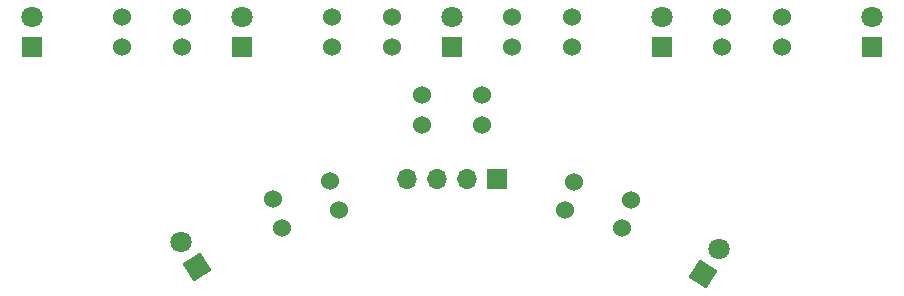
<source format=gbr>
%TF.GenerationSoftware,KiCad,Pcbnew,(6.0.5)*%
%TF.CreationDate,2022-10-18T17:21:12+09:00*%
%TF.ProjectId,line_sensor_front,6c696e65-5f73-4656-9e73-6f725f66726f,rev?*%
%TF.SameCoordinates,Original*%
%TF.FileFunction,Soldermask,Top*%
%TF.FilePolarity,Negative*%
%FSLAX46Y46*%
G04 Gerber Fmt 4.6, Leading zero omitted, Abs format (unit mm)*
G04 Created by KiCad (PCBNEW (6.0.5)) date 2022-10-18 17:21:12*
%MOMM*%
%LPD*%
G01*
G04 APERTURE LIST*
G04 Aperture macros list*
%AMRotRect*
0 Rectangle, with rotation*
0 The origin of the aperture is its center*
0 $1 length*
0 $2 width*
0 $3 Rotation angle, in degrees counterclockwise*
0 Add horizontal line*
21,1,$1,$2,0,0,$3*%
G04 Aperture macros list end*
%ADD10C,1.524000*%
%ADD11R,1.800000X1.800000*%
%ADD12C,1.800000*%
%ADD13R,1.700000X1.700000*%
%ADD14O,1.700000X1.700000*%
%ADD15RotRect,1.800000X1.800000X57.500000*%
%ADD16RotRect,1.800000X1.800000X122.500000*%
G04 APERTURE END LIST*
D10*
%TO.C,U7*%
X166798769Y-111587511D03*
X167562562Y-109165070D03*
X162717679Y-107637484D03*
X161953887Y-110059925D03*
%TD*%
D11*
%TO.C,D2*%
X134620000Y-96266000D03*
D12*
X134620000Y-93726000D03*
%TD*%
D13*
%TO.C,J1*%
X156210000Y-107385000D03*
D14*
X153670000Y-107385000D03*
X151130000Y-107385000D03*
X148590000Y-107385000D03*
%TD*%
D11*
%TO.C,D1*%
X116840000Y-96271000D03*
D12*
X116840000Y-93731000D03*
%TD*%
D10*
%TO.C,U3*%
X162560000Y-96264000D03*
X162560000Y-93724000D03*
X157480000Y-93724000D03*
X157480000Y-96264000D03*
%TD*%
D11*
%TO.C,D5*%
X152400000Y-96271000D03*
D12*
X152400000Y-93731000D03*
%TD*%
D10*
%TO.C,U1*%
X129540000Y-96264000D03*
X129540000Y-93724000D03*
X124460000Y-93724000D03*
X124460000Y-96264000D03*
%TD*%
%TO.C,U4*%
X180340000Y-96264000D03*
X180340000Y-93724000D03*
X175260000Y-93724000D03*
X175260000Y-96264000D03*
%TD*%
%TO.C,U6*%
X142841186Y-110027913D03*
X142077394Y-107605472D03*
X137232511Y-109133058D03*
X137996304Y-111555499D03*
%TD*%
D15*
%TO.C,D7*%
X173655073Y-115451318D03*
D12*
X175019814Y-113309104D03*
%TD*%
D11*
%TO.C,D4*%
X187960000Y-96271000D03*
D12*
X187960000Y-93731000D03*
%TD*%
D10*
%TO.C,U5*%
X154940000Y-102868000D03*
X154940000Y-100328000D03*
X149860000Y-100328000D03*
X149860000Y-102868000D03*
%TD*%
%TO.C,U2*%
X147320000Y-96264000D03*
X147320000Y-93724000D03*
X142240000Y-93724000D03*
X142240000Y-96264000D03*
%TD*%
D16*
%TO.C,D6*%
X130787070Y-114858566D03*
D12*
X129422329Y-112716352D03*
%TD*%
D11*
%TO.C,D3*%
X170180000Y-96271000D03*
D12*
X170180000Y-93731000D03*
%TD*%
M02*

</source>
